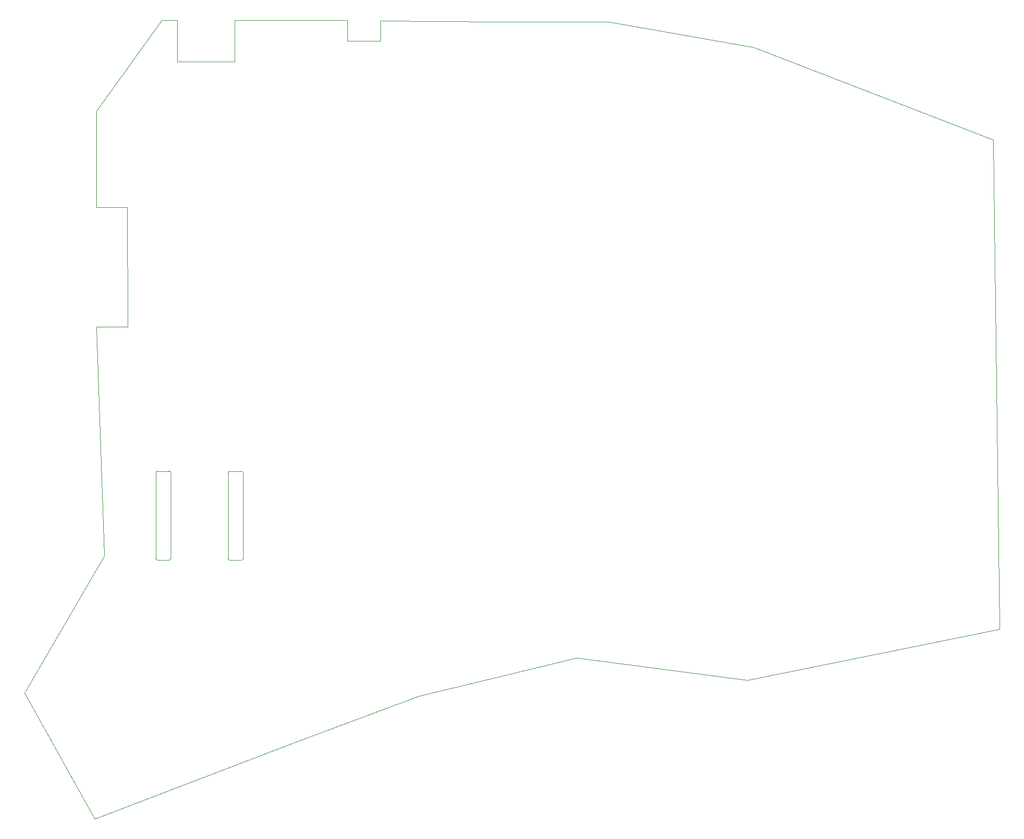
<source format=gm1>
G04 #@! TF.GenerationSoftware,KiCad,Pcbnew,7.0.5.1-1-g8f565ef7f0-dirty-deb11*
G04 #@! TF.CreationDate,2023-08-12T11:48:30+00:00*
G04 #@! TF.ProjectId,hakea-fillets,68616b65-612d-4666-996c-6c6574732e6b,1.0.4*
G04 #@! TF.SameCoordinates,Original*
G04 #@! TF.FileFunction,Profile,NP*
%FSLAX46Y46*%
G04 Gerber Fmt 4.6, Leading zero omitted, Abs format (unit mm)*
G04 Created by KiCad (PCBNEW 7.0.5.1-1-g8f565ef7f0-dirty-deb11) date 2023-08-12 11:48:30*
%MOMM*%
%LPD*%
G01*
G04 APERTURE LIST*
G04 #@! TA.AperFunction,Profile*
%ADD10C,0.050000*%
G04 #@! TD*
G04 APERTURE END LIST*
D10*
X127076200Y-21869400D02*
X127076200Y-25095200D01*
X132359400Y-25095200D01*
X132359400Y-21894800D01*
X151130000Y-22098000D01*
X168656000Y-22098000D01*
X191770000Y-26162000D01*
X229870000Y-40894000D01*
X230886000Y-118872000D01*
X190754000Y-127000000D01*
X163576000Y-123444000D01*
X138430000Y-129540000D01*
X119380000Y-136652000D01*
X86868000Y-149098000D01*
X75692000Y-129032000D01*
X88392000Y-107188000D01*
X87071200Y-70662800D01*
X92074014Y-70663141D01*
X92048614Y-51663941D01*
X87095168Y-51663602D01*
X87122000Y-36322000D01*
X97536000Y-21844000D01*
X99949000Y-21844000D01*
X99949000Y-28422600D01*
X109118400Y-28422600D01*
X109118400Y-21818600D01*
X127076200Y-21869400D01*
X108082700Y-93996900D02*
X108082700Y-107596900D01*
X108382700Y-107896900D02*
X110182700Y-107896900D01*
X110182700Y-93696900D02*
X108382700Y-93696900D01*
X110482700Y-107596900D02*
X110482700Y-93996900D01*
X108382700Y-93696900D02*
G75*
G03*
X108082700Y-93996900I0J-300000D01*
G01*
X108082700Y-107596900D02*
G75*
G03*
X108382700Y-107896900I300000J0D01*
G01*
X110482700Y-93996900D02*
G75*
G03*
X110182700Y-93696900I-300000J0D01*
G01*
X110182700Y-107896900D02*
G75*
G03*
X110482700Y-107596900I0J300000D01*
G01*
X98973458Y-93979200D02*
X98973458Y-107579200D01*
X98673458Y-107879200D02*
X96873458Y-107879200D01*
X96873458Y-93679200D02*
X98673458Y-93679200D01*
X96573458Y-107579200D02*
X96573458Y-93979200D01*
X98673458Y-107879200D02*
G75*
G03*
X98973458Y-107579200I0J300000D01*
G01*
X98973458Y-93979200D02*
G75*
G03*
X98673458Y-93679200I-300000J0D01*
G01*
X96573458Y-107579200D02*
G75*
G03*
X96873458Y-107879200I300000J0D01*
G01*
X96873458Y-93679200D02*
G75*
G03*
X96573458Y-93979200I0J-300000D01*
G01*
M02*

</source>
